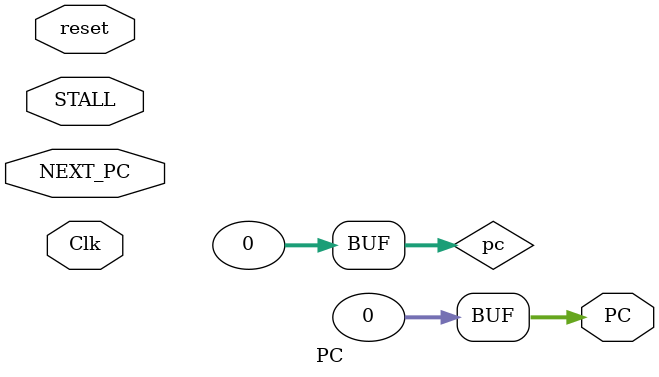
<source format=v>
`timescale 1ns / 1ps


module PC(
    input Clk,
    input reset,
    input STALL,
    input [31:0] NEXT_PC,
    output [31:0] PC
    );
    reg [31:0] pc;

    initial begin
        pc = 0;
    end 

    always @ (reset)
        pc = 0;

    always @(posedge Clk)
    if(!STALL)
        begin
            pc <= NEXT_PC;
        end
    assign PC = pc;
endmodule

</source>
